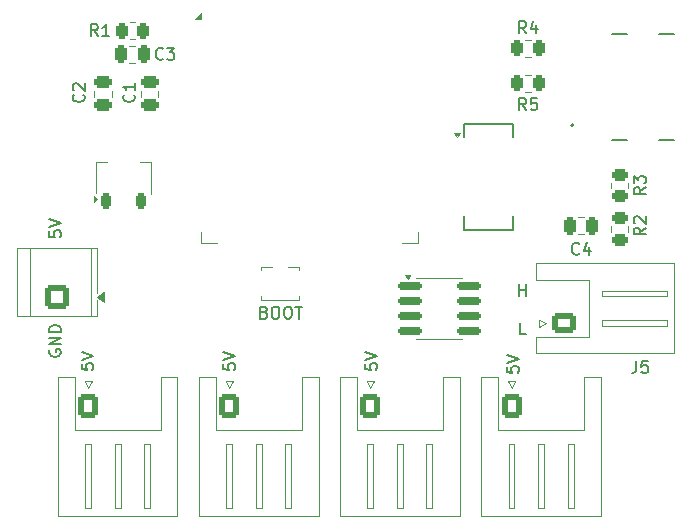
<source format=gbr>
%TF.GenerationSoftware,KiCad,Pcbnew,9.0.2*%
%TF.CreationDate,2025-06-22T20:13:16-07:00*%
%TF.ProjectId,Tesla Ambient Lighting,5465736c-6120-4416-9d62-69656e74204c,rev?*%
%TF.SameCoordinates,Original*%
%TF.FileFunction,Legend,Top*%
%TF.FilePolarity,Positive*%
%FSLAX46Y46*%
G04 Gerber Fmt 4.6, Leading zero omitted, Abs format (unit mm)*
G04 Created by KiCad (PCBNEW 9.0.2) date 2025-06-22 20:13:16*
%MOMM*%
%LPD*%
G01*
G04 APERTURE LIST*
G04 Aperture macros list*
%AMRoundRect*
0 Rectangle with rounded corners*
0 $1 Rounding radius*
0 $2 $3 $4 $5 $6 $7 $8 $9 X,Y pos of 4 corners*
0 Add a 4 corners polygon primitive as box body*
4,1,4,$2,$3,$4,$5,$6,$7,$8,$9,$2,$3,0*
0 Add four circle primitives for the rounded corners*
1,1,$1+$1,$2,$3*
1,1,$1+$1,$4,$5*
1,1,$1+$1,$6,$7*
1,1,$1+$1,$8,$9*
0 Add four rect primitives between the rounded corners*
20,1,$1+$1,$2,$3,$4,$5,0*
20,1,$1+$1,$4,$5,$6,$7,0*
20,1,$1+$1,$6,$7,$8,$9,0*
20,1,$1+$1,$8,$9,$2,$3,0*%
%AMFreePoly0*
4,1,9,3.862500,-0.866500,0.737500,-0.866500,0.737500,-0.450000,-0.737500,-0.450000,-0.737500,0.450000,0.737500,0.450000,0.737500,0.866500,3.862500,0.866500,3.862500,-0.866500,3.862500,-0.866500,$1*%
G04 Aperture macros list end*
%ADD10C,0.150000*%
%ADD11C,0.120000*%
%ADD12C,0.200000*%
%ADD13C,0.010000*%
%ADD14C,2.200000*%
%ADD15RoundRect,0.250000X0.750000X-0.600000X0.750000X0.600000X-0.750000X0.600000X-0.750000X-0.600000X0*%
%ADD16O,2.000000X1.700000*%
%ADD17RoundRect,0.225000X0.225000X-0.425000X0.225000X0.425000X-0.225000X0.425000X-0.225000X-0.425000X0*%
%ADD18FreePoly0,90.000000*%
%ADD19C,0.650000*%
%ADD20O,2.304000X1.204000*%
%ADD21O,2.004000X1.204000*%
%ADD22R,1.200000X0.400000*%
%ADD23RoundRect,0.250000X-0.250000X-0.475000X0.250000X-0.475000X0.250000X0.475000X-0.250000X0.475000X0*%
%ADD24RoundRect,0.250000X0.262500X0.450000X-0.262500X0.450000X-0.262500X-0.450000X0.262500X-0.450000X0*%
%ADD25R,0.900000X1.700000*%
%ADD26R,0.800000X1.100000*%
%ADD27RoundRect,0.250000X-0.600000X-0.725000X0.600000X-0.725000X0.600000X0.725000X-0.600000X0.725000X0*%
%ADD28O,1.700000X1.950000*%
%ADD29RoundRect,0.250000X-0.262500X-0.450000X0.262500X-0.450000X0.262500X0.450000X-0.262500X0.450000X0*%
%ADD30RoundRect,0.250000X-0.475000X0.250000X-0.475000X-0.250000X0.475000X-0.250000X0.475000X0.250000X0*%
%ADD31RoundRect,0.250001X0.799999X-0.799999X0.799999X0.799999X-0.799999X0.799999X-0.799999X-0.799999X0*%
%ADD32C,2.100000*%
%ADD33RoundRect,0.250000X0.450000X-0.262500X0.450000X0.262500X-0.450000X0.262500X-0.450000X-0.262500X0*%
%ADD34RoundRect,0.150000X-0.825000X-0.150000X0.825000X-0.150000X0.825000X0.150000X-0.825000X0.150000X0*%
%ADD35C,0.600000*%
%ADD36R,1.500000X0.900000*%
%ADD37R,0.900000X1.500000*%
%ADD38R,0.900000X0.900000*%
G04 APERTURE END LIST*
D10*
X124954819Y-114440476D02*
X124954819Y-114916666D01*
X124954819Y-114916666D02*
X125431009Y-114964285D01*
X125431009Y-114964285D02*
X125383390Y-114916666D01*
X125383390Y-114916666D02*
X125335771Y-114821428D01*
X125335771Y-114821428D02*
X125335771Y-114583333D01*
X125335771Y-114583333D02*
X125383390Y-114488095D01*
X125383390Y-114488095D02*
X125431009Y-114440476D01*
X125431009Y-114440476D02*
X125526247Y-114392857D01*
X125526247Y-114392857D02*
X125764342Y-114392857D01*
X125764342Y-114392857D02*
X125859580Y-114440476D01*
X125859580Y-114440476D02*
X125907200Y-114488095D01*
X125907200Y-114488095D02*
X125954819Y-114583333D01*
X125954819Y-114583333D02*
X125954819Y-114821428D01*
X125954819Y-114821428D02*
X125907200Y-114916666D01*
X125907200Y-114916666D02*
X125859580Y-114964285D01*
X124954819Y-114107142D02*
X125954819Y-113773809D01*
X125954819Y-113773809D02*
X124954819Y-113440476D01*
X136954819Y-114440476D02*
X136954819Y-114916666D01*
X136954819Y-114916666D02*
X137431009Y-114964285D01*
X137431009Y-114964285D02*
X137383390Y-114916666D01*
X137383390Y-114916666D02*
X137335771Y-114821428D01*
X137335771Y-114821428D02*
X137335771Y-114583333D01*
X137335771Y-114583333D02*
X137383390Y-114488095D01*
X137383390Y-114488095D02*
X137431009Y-114440476D01*
X137431009Y-114440476D02*
X137526247Y-114392857D01*
X137526247Y-114392857D02*
X137764342Y-114392857D01*
X137764342Y-114392857D02*
X137859580Y-114440476D01*
X137859580Y-114440476D02*
X137907200Y-114488095D01*
X137907200Y-114488095D02*
X137954819Y-114583333D01*
X137954819Y-114583333D02*
X137954819Y-114821428D01*
X137954819Y-114821428D02*
X137907200Y-114916666D01*
X137907200Y-114916666D02*
X137859580Y-114964285D01*
X136954819Y-114107142D02*
X137954819Y-113773809D01*
X137954819Y-113773809D02*
X136954819Y-113440476D01*
X122204819Y-103210476D02*
X122204819Y-103686666D01*
X122204819Y-103686666D02*
X122681009Y-103734285D01*
X122681009Y-103734285D02*
X122633390Y-103686666D01*
X122633390Y-103686666D02*
X122585771Y-103591428D01*
X122585771Y-103591428D02*
X122585771Y-103353333D01*
X122585771Y-103353333D02*
X122633390Y-103258095D01*
X122633390Y-103258095D02*
X122681009Y-103210476D01*
X122681009Y-103210476D02*
X122776247Y-103162857D01*
X122776247Y-103162857D02*
X123014342Y-103162857D01*
X123014342Y-103162857D02*
X123109580Y-103210476D01*
X123109580Y-103210476D02*
X123157200Y-103258095D01*
X123157200Y-103258095D02*
X123204819Y-103353333D01*
X123204819Y-103353333D02*
X123204819Y-103591428D01*
X123204819Y-103591428D02*
X123157200Y-103686666D01*
X123157200Y-103686666D02*
X123109580Y-103734285D01*
X122204819Y-102877142D02*
X123204819Y-102543809D01*
X123204819Y-102543809D02*
X122204819Y-102210476D01*
X148954819Y-114440476D02*
X148954819Y-114916666D01*
X148954819Y-114916666D02*
X149431009Y-114964285D01*
X149431009Y-114964285D02*
X149383390Y-114916666D01*
X149383390Y-114916666D02*
X149335771Y-114821428D01*
X149335771Y-114821428D02*
X149335771Y-114583333D01*
X149335771Y-114583333D02*
X149383390Y-114488095D01*
X149383390Y-114488095D02*
X149431009Y-114440476D01*
X149431009Y-114440476D02*
X149526247Y-114392857D01*
X149526247Y-114392857D02*
X149764342Y-114392857D01*
X149764342Y-114392857D02*
X149859580Y-114440476D01*
X149859580Y-114440476D02*
X149907200Y-114488095D01*
X149907200Y-114488095D02*
X149954819Y-114583333D01*
X149954819Y-114583333D02*
X149954819Y-114821428D01*
X149954819Y-114821428D02*
X149907200Y-114916666D01*
X149907200Y-114916666D02*
X149859580Y-114964285D01*
X148954819Y-114107142D02*
X149954819Y-113773809D01*
X149954819Y-113773809D02*
X148954819Y-113440476D01*
X162559523Y-111954819D02*
X162083333Y-111954819D01*
X162083333Y-111954819D02*
X162083333Y-110954819D01*
X140420112Y-110096009D02*
X140562969Y-110143628D01*
X140562969Y-110143628D02*
X140610588Y-110191247D01*
X140610588Y-110191247D02*
X140658207Y-110286485D01*
X140658207Y-110286485D02*
X140658207Y-110429342D01*
X140658207Y-110429342D02*
X140610588Y-110524580D01*
X140610588Y-110524580D02*
X140562969Y-110572200D01*
X140562969Y-110572200D02*
X140467731Y-110619819D01*
X140467731Y-110619819D02*
X140086779Y-110619819D01*
X140086779Y-110619819D02*
X140086779Y-109619819D01*
X140086779Y-109619819D02*
X140420112Y-109619819D01*
X140420112Y-109619819D02*
X140515350Y-109667438D01*
X140515350Y-109667438D02*
X140562969Y-109715057D01*
X140562969Y-109715057D02*
X140610588Y-109810295D01*
X140610588Y-109810295D02*
X140610588Y-109905533D01*
X140610588Y-109905533D02*
X140562969Y-110000771D01*
X140562969Y-110000771D02*
X140515350Y-110048390D01*
X140515350Y-110048390D02*
X140420112Y-110096009D01*
X140420112Y-110096009D02*
X140086779Y-110096009D01*
X141277255Y-109619819D02*
X141467731Y-109619819D01*
X141467731Y-109619819D02*
X141562969Y-109667438D01*
X141562969Y-109667438D02*
X141658207Y-109762676D01*
X141658207Y-109762676D02*
X141705826Y-109953152D01*
X141705826Y-109953152D02*
X141705826Y-110286485D01*
X141705826Y-110286485D02*
X141658207Y-110476961D01*
X141658207Y-110476961D02*
X141562969Y-110572200D01*
X141562969Y-110572200D02*
X141467731Y-110619819D01*
X141467731Y-110619819D02*
X141277255Y-110619819D01*
X141277255Y-110619819D02*
X141182017Y-110572200D01*
X141182017Y-110572200D02*
X141086779Y-110476961D01*
X141086779Y-110476961D02*
X141039160Y-110286485D01*
X141039160Y-110286485D02*
X141039160Y-109953152D01*
X141039160Y-109953152D02*
X141086779Y-109762676D01*
X141086779Y-109762676D02*
X141182017Y-109667438D01*
X141182017Y-109667438D02*
X141277255Y-109619819D01*
X142324874Y-109619819D02*
X142515350Y-109619819D01*
X142515350Y-109619819D02*
X142610588Y-109667438D01*
X142610588Y-109667438D02*
X142705826Y-109762676D01*
X142705826Y-109762676D02*
X142753445Y-109953152D01*
X142753445Y-109953152D02*
X142753445Y-110286485D01*
X142753445Y-110286485D02*
X142705826Y-110476961D01*
X142705826Y-110476961D02*
X142610588Y-110572200D01*
X142610588Y-110572200D02*
X142515350Y-110619819D01*
X142515350Y-110619819D02*
X142324874Y-110619819D01*
X142324874Y-110619819D02*
X142229636Y-110572200D01*
X142229636Y-110572200D02*
X142134398Y-110476961D01*
X142134398Y-110476961D02*
X142086779Y-110286485D01*
X142086779Y-110286485D02*
X142086779Y-109953152D01*
X142086779Y-109953152D02*
X142134398Y-109762676D01*
X142134398Y-109762676D02*
X142229636Y-109667438D01*
X142229636Y-109667438D02*
X142324874Y-109619819D01*
X143039160Y-109619819D02*
X143610588Y-109619819D01*
X143324874Y-110619819D02*
X143324874Y-109619819D01*
X122252438Y-113281904D02*
X122204819Y-113377142D01*
X122204819Y-113377142D02*
X122204819Y-113519999D01*
X122204819Y-113519999D02*
X122252438Y-113662856D01*
X122252438Y-113662856D02*
X122347676Y-113758094D01*
X122347676Y-113758094D02*
X122442914Y-113805713D01*
X122442914Y-113805713D02*
X122633390Y-113853332D01*
X122633390Y-113853332D02*
X122776247Y-113853332D01*
X122776247Y-113853332D02*
X122966723Y-113805713D01*
X122966723Y-113805713D02*
X123061961Y-113758094D01*
X123061961Y-113758094D02*
X123157200Y-113662856D01*
X123157200Y-113662856D02*
X123204819Y-113519999D01*
X123204819Y-113519999D02*
X123204819Y-113424761D01*
X123204819Y-113424761D02*
X123157200Y-113281904D01*
X123157200Y-113281904D02*
X123109580Y-113234285D01*
X123109580Y-113234285D02*
X122776247Y-113234285D01*
X122776247Y-113234285D02*
X122776247Y-113424761D01*
X123204819Y-112805713D02*
X122204819Y-112805713D01*
X122204819Y-112805713D02*
X123204819Y-112234285D01*
X123204819Y-112234285D02*
X122204819Y-112234285D01*
X123204819Y-111758094D02*
X122204819Y-111758094D01*
X122204819Y-111758094D02*
X122204819Y-111519999D01*
X122204819Y-111519999D02*
X122252438Y-111377142D01*
X122252438Y-111377142D02*
X122347676Y-111281904D01*
X122347676Y-111281904D02*
X122442914Y-111234285D01*
X122442914Y-111234285D02*
X122633390Y-111186666D01*
X122633390Y-111186666D02*
X122776247Y-111186666D01*
X122776247Y-111186666D02*
X122966723Y-111234285D01*
X122966723Y-111234285D02*
X123061961Y-111281904D01*
X123061961Y-111281904D02*
X123157200Y-111377142D01*
X123157200Y-111377142D02*
X123204819Y-111519999D01*
X123204819Y-111519999D02*
X123204819Y-111758094D01*
X161964286Y-108704819D02*
X161964286Y-107704819D01*
X161964286Y-108181009D02*
X162535714Y-108181009D01*
X162535714Y-108704819D02*
X162535714Y-107704819D01*
X160954819Y-114690476D02*
X160954819Y-115166666D01*
X160954819Y-115166666D02*
X161431009Y-115214285D01*
X161431009Y-115214285D02*
X161383390Y-115166666D01*
X161383390Y-115166666D02*
X161335771Y-115071428D01*
X161335771Y-115071428D02*
X161335771Y-114833333D01*
X161335771Y-114833333D02*
X161383390Y-114738095D01*
X161383390Y-114738095D02*
X161431009Y-114690476D01*
X161431009Y-114690476D02*
X161526247Y-114642857D01*
X161526247Y-114642857D02*
X161764342Y-114642857D01*
X161764342Y-114642857D02*
X161859580Y-114690476D01*
X161859580Y-114690476D02*
X161907200Y-114738095D01*
X161907200Y-114738095D02*
X161954819Y-114833333D01*
X161954819Y-114833333D02*
X161954819Y-115071428D01*
X161954819Y-115071428D02*
X161907200Y-115166666D01*
X161907200Y-115166666D02*
X161859580Y-115214285D01*
X160954819Y-114357142D02*
X161954819Y-114023809D01*
X161954819Y-114023809D02*
X160954819Y-113690476D01*
X171916666Y-114204819D02*
X171916666Y-114919104D01*
X171916666Y-114919104D02*
X171869047Y-115061961D01*
X171869047Y-115061961D02*
X171773809Y-115157200D01*
X171773809Y-115157200D02*
X171630952Y-115204819D01*
X171630952Y-115204819D02*
X171535714Y-115204819D01*
X172869047Y-114204819D02*
X172392857Y-114204819D01*
X172392857Y-114204819D02*
X172345238Y-114681009D01*
X172345238Y-114681009D02*
X172392857Y-114633390D01*
X172392857Y-114633390D02*
X172488095Y-114585771D01*
X172488095Y-114585771D02*
X172726190Y-114585771D01*
X172726190Y-114585771D02*
X172821428Y-114633390D01*
X172821428Y-114633390D02*
X172869047Y-114681009D01*
X172869047Y-114681009D02*
X172916666Y-114776247D01*
X172916666Y-114776247D02*
X172916666Y-115014342D01*
X172916666Y-115014342D02*
X172869047Y-115109580D01*
X172869047Y-115109580D02*
X172821428Y-115157200D01*
X172821428Y-115157200D02*
X172726190Y-115204819D01*
X172726190Y-115204819D02*
X172488095Y-115204819D01*
X172488095Y-115204819D02*
X172392857Y-115157200D01*
X172392857Y-115157200D02*
X172345238Y-115109580D01*
X167083333Y-105109580D02*
X167035714Y-105157200D01*
X167035714Y-105157200D02*
X166892857Y-105204819D01*
X166892857Y-105204819D02*
X166797619Y-105204819D01*
X166797619Y-105204819D02*
X166654762Y-105157200D01*
X166654762Y-105157200D02*
X166559524Y-105061961D01*
X166559524Y-105061961D02*
X166511905Y-104966723D01*
X166511905Y-104966723D02*
X166464286Y-104776247D01*
X166464286Y-104776247D02*
X166464286Y-104633390D01*
X166464286Y-104633390D02*
X166511905Y-104442914D01*
X166511905Y-104442914D02*
X166559524Y-104347676D01*
X166559524Y-104347676D02*
X166654762Y-104252438D01*
X166654762Y-104252438D02*
X166797619Y-104204819D01*
X166797619Y-104204819D02*
X166892857Y-104204819D01*
X166892857Y-104204819D02*
X167035714Y-104252438D01*
X167035714Y-104252438D02*
X167083333Y-104300057D01*
X167940476Y-104538152D02*
X167940476Y-105204819D01*
X167702381Y-104157200D02*
X167464286Y-104871485D01*
X167464286Y-104871485D02*
X168083333Y-104871485D01*
X162583333Y-92954819D02*
X162250000Y-92478628D01*
X162011905Y-92954819D02*
X162011905Y-91954819D01*
X162011905Y-91954819D02*
X162392857Y-91954819D01*
X162392857Y-91954819D02*
X162488095Y-92002438D01*
X162488095Y-92002438D02*
X162535714Y-92050057D01*
X162535714Y-92050057D02*
X162583333Y-92145295D01*
X162583333Y-92145295D02*
X162583333Y-92288152D01*
X162583333Y-92288152D02*
X162535714Y-92383390D01*
X162535714Y-92383390D02*
X162488095Y-92431009D01*
X162488095Y-92431009D02*
X162392857Y-92478628D01*
X162392857Y-92478628D02*
X162011905Y-92478628D01*
X163488095Y-91954819D02*
X163011905Y-91954819D01*
X163011905Y-91954819D02*
X162964286Y-92431009D01*
X162964286Y-92431009D02*
X163011905Y-92383390D01*
X163011905Y-92383390D02*
X163107143Y-92335771D01*
X163107143Y-92335771D02*
X163345238Y-92335771D01*
X163345238Y-92335771D02*
X163440476Y-92383390D01*
X163440476Y-92383390D02*
X163488095Y-92431009D01*
X163488095Y-92431009D02*
X163535714Y-92526247D01*
X163535714Y-92526247D02*
X163535714Y-92764342D01*
X163535714Y-92764342D02*
X163488095Y-92859580D01*
X163488095Y-92859580D02*
X163440476Y-92907200D01*
X163440476Y-92907200D02*
X163345238Y-92954819D01*
X163345238Y-92954819D02*
X163107143Y-92954819D01*
X163107143Y-92954819D02*
X163011905Y-92907200D01*
X163011905Y-92907200D02*
X162964286Y-92859580D01*
X126333333Y-86704819D02*
X126000000Y-86228628D01*
X125761905Y-86704819D02*
X125761905Y-85704819D01*
X125761905Y-85704819D02*
X126142857Y-85704819D01*
X126142857Y-85704819D02*
X126238095Y-85752438D01*
X126238095Y-85752438D02*
X126285714Y-85800057D01*
X126285714Y-85800057D02*
X126333333Y-85895295D01*
X126333333Y-85895295D02*
X126333333Y-86038152D01*
X126333333Y-86038152D02*
X126285714Y-86133390D01*
X126285714Y-86133390D02*
X126238095Y-86181009D01*
X126238095Y-86181009D02*
X126142857Y-86228628D01*
X126142857Y-86228628D02*
X125761905Y-86228628D01*
X127285714Y-86704819D02*
X126714286Y-86704819D01*
X127000000Y-86704819D02*
X127000000Y-85704819D01*
X127000000Y-85704819D02*
X126904762Y-85847676D01*
X126904762Y-85847676D02*
X126809524Y-85942914D01*
X126809524Y-85942914D02*
X126714286Y-85990533D01*
X162583333Y-86454819D02*
X162250000Y-85978628D01*
X162011905Y-86454819D02*
X162011905Y-85454819D01*
X162011905Y-85454819D02*
X162392857Y-85454819D01*
X162392857Y-85454819D02*
X162488095Y-85502438D01*
X162488095Y-85502438D02*
X162535714Y-85550057D01*
X162535714Y-85550057D02*
X162583333Y-85645295D01*
X162583333Y-85645295D02*
X162583333Y-85788152D01*
X162583333Y-85788152D02*
X162535714Y-85883390D01*
X162535714Y-85883390D02*
X162488095Y-85931009D01*
X162488095Y-85931009D02*
X162392857Y-85978628D01*
X162392857Y-85978628D02*
X162011905Y-85978628D01*
X163440476Y-85788152D02*
X163440476Y-86454819D01*
X163202381Y-85407200D02*
X162964286Y-86121485D01*
X162964286Y-86121485D02*
X163583333Y-86121485D01*
X129359580Y-91666666D02*
X129407200Y-91714285D01*
X129407200Y-91714285D02*
X129454819Y-91857142D01*
X129454819Y-91857142D02*
X129454819Y-91952380D01*
X129454819Y-91952380D02*
X129407200Y-92095237D01*
X129407200Y-92095237D02*
X129311961Y-92190475D01*
X129311961Y-92190475D02*
X129216723Y-92238094D01*
X129216723Y-92238094D02*
X129026247Y-92285713D01*
X129026247Y-92285713D02*
X128883390Y-92285713D01*
X128883390Y-92285713D02*
X128692914Y-92238094D01*
X128692914Y-92238094D02*
X128597676Y-92190475D01*
X128597676Y-92190475D02*
X128502438Y-92095237D01*
X128502438Y-92095237D02*
X128454819Y-91952380D01*
X128454819Y-91952380D02*
X128454819Y-91857142D01*
X128454819Y-91857142D02*
X128502438Y-91714285D01*
X128502438Y-91714285D02*
X128550057Y-91666666D01*
X129454819Y-90714285D02*
X129454819Y-91285713D01*
X129454819Y-90999999D02*
X128454819Y-90999999D01*
X128454819Y-90999999D02*
X128597676Y-91095237D01*
X128597676Y-91095237D02*
X128692914Y-91190475D01*
X128692914Y-91190475D02*
X128740533Y-91285713D01*
X172704819Y-102916666D02*
X172228628Y-103249999D01*
X172704819Y-103488094D02*
X171704819Y-103488094D01*
X171704819Y-103488094D02*
X171704819Y-103107142D01*
X171704819Y-103107142D02*
X171752438Y-103011904D01*
X171752438Y-103011904D02*
X171800057Y-102964285D01*
X171800057Y-102964285D02*
X171895295Y-102916666D01*
X171895295Y-102916666D02*
X172038152Y-102916666D01*
X172038152Y-102916666D02*
X172133390Y-102964285D01*
X172133390Y-102964285D02*
X172181009Y-103011904D01*
X172181009Y-103011904D02*
X172228628Y-103107142D01*
X172228628Y-103107142D02*
X172228628Y-103488094D01*
X171800057Y-102535713D02*
X171752438Y-102488094D01*
X171752438Y-102488094D02*
X171704819Y-102392856D01*
X171704819Y-102392856D02*
X171704819Y-102154761D01*
X171704819Y-102154761D02*
X171752438Y-102059523D01*
X171752438Y-102059523D02*
X171800057Y-102011904D01*
X171800057Y-102011904D02*
X171895295Y-101964285D01*
X171895295Y-101964285D02*
X171990533Y-101964285D01*
X171990533Y-101964285D02*
X172133390Y-102011904D01*
X172133390Y-102011904D02*
X172704819Y-102583332D01*
X172704819Y-102583332D02*
X172704819Y-101964285D01*
X131833333Y-88609580D02*
X131785714Y-88657200D01*
X131785714Y-88657200D02*
X131642857Y-88704819D01*
X131642857Y-88704819D02*
X131547619Y-88704819D01*
X131547619Y-88704819D02*
X131404762Y-88657200D01*
X131404762Y-88657200D02*
X131309524Y-88561961D01*
X131309524Y-88561961D02*
X131261905Y-88466723D01*
X131261905Y-88466723D02*
X131214286Y-88276247D01*
X131214286Y-88276247D02*
X131214286Y-88133390D01*
X131214286Y-88133390D02*
X131261905Y-87942914D01*
X131261905Y-87942914D02*
X131309524Y-87847676D01*
X131309524Y-87847676D02*
X131404762Y-87752438D01*
X131404762Y-87752438D02*
X131547619Y-87704819D01*
X131547619Y-87704819D02*
X131642857Y-87704819D01*
X131642857Y-87704819D02*
X131785714Y-87752438D01*
X131785714Y-87752438D02*
X131833333Y-87800057D01*
X132166667Y-87704819D02*
X132785714Y-87704819D01*
X132785714Y-87704819D02*
X132452381Y-88085771D01*
X132452381Y-88085771D02*
X132595238Y-88085771D01*
X132595238Y-88085771D02*
X132690476Y-88133390D01*
X132690476Y-88133390D02*
X132738095Y-88181009D01*
X132738095Y-88181009D02*
X132785714Y-88276247D01*
X132785714Y-88276247D02*
X132785714Y-88514342D01*
X132785714Y-88514342D02*
X132738095Y-88609580D01*
X132738095Y-88609580D02*
X132690476Y-88657200D01*
X132690476Y-88657200D02*
X132595238Y-88704819D01*
X132595238Y-88704819D02*
X132309524Y-88704819D01*
X132309524Y-88704819D02*
X132214286Y-88657200D01*
X132214286Y-88657200D02*
X132166667Y-88609580D01*
X172704819Y-99504166D02*
X172228628Y-99837499D01*
X172704819Y-100075594D02*
X171704819Y-100075594D01*
X171704819Y-100075594D02*
X171704819Y-99694642D01*
X171704819Y-99694642D02*
X171752438Y-99599404D01*
X171752438Y-99599404D02*
X171800057Y-99551785D01*
X171800057Y-99551785D02*
X171895295Y-99504166D01*
X171895295Y-99504166D02*
X172038152Y-99504166D01*
X172038152Y-99504166D02*
X172133390Y-99551785D01*
X172133390Y-99551785D02*
X172181009Y-99599404D01*
X172181009Y-99599404D02*
X172228628Y-99694642D01*
X172228628Y-99694642D02*
X172228628Y-100075594D01*
X171704819Y-99170832D02*
X171704819Y-98551785D01*
X171704819Y-98551785D02*
X172085771Y-98885118D01*
X172085771Y-98885118D02*
X172085771Y-98742261D01*
X172085771Y-98742261D02*
X172133390Y-98647023D01*
X172133390Y-98647023D02*
X172181009Y-98599404D01*
X172181009Y-98599404D02*
X172276247Y-98551785D01*
X172276247Y-98551785D02*
X172514342Y-98551785D01*
X172514342Y-98551785D02*
X172609580Y-98599404D01*
X172609580Y-98599404D02*
X172657200Y-98647023D01*
X172657200Y-98647023D02*
X172704819Y-98742261D01*
X172704819Y-98742261D02*
X172704819Y-99027975D01*
X172704819Y-99027975D02*
X172657200Y-99123213D01*
X172657200Y-99123213D02*
X172609580Y-99170832D01*
X125109580Y-91666666D02*
X125157200Y-91714285D01*
X125157200Y-91714285D02*
X125204819Y-91857142D01*
X125204819Y-91857142D02*
X125204819Y-91952380D01*
X125204819Y-91952380D02*
X125157200Y-92095237D01*
X125157200Y-92095237D02*
X125061961Y-92190475D01*
X125061961Y-92190475D02*
X124966723Y-92238094D01*
X124966723Y-92238094D02*
X124776247Y-92285713D01*
X124776247Y-92285713D02*
X124633390Y-92285713D01*
X124633390Y-92285713D02*
X124442914Y-92238094D01*
X124442914Y-92238094D02*
X124347676Y-92190475D01*
X124347676Y-92190475D02*
X124252438Y-92095237D01*
X124252438Y-92095237D02*
X124204819Y-91952380D01*
X124204819Y-91952380D02*
X124204819Y-91857142D01*
X124204819Y-91857142D02*
X124252438Y-91714285D01*
X124252438Y-91714285D02*
X124300057Y-91666666D01*
X124300057Y-91285713D02*
X124252438Y-91238094D01*
X124252438Y-91238094D02*
X124204819Y-91142856D01*
X124204819Y-91142856D02*
X124204819Y-90904761D01*
X124204819Y-90904761D02*
X124252438Y-90809523D01*
X124252438Y-90809523D02*
X124300057Y-90761904D01*
X124300057Y-90761904D02*
X124395295Y-90714285D01*
X124395295Y-90714285D02*
X124490533Y-90714285D01*
X124490533Y-90714285D02*
X124633390Y-90761904D01*
X124633390Y-90761904D02*
X125204819Y-91333332D01*
X125204819Y-91333332D02*
X125204819Y-90714285D01*
D11*
%TO.C,J5*%
X163395000Y-105940000D02*
X163395000Y-107360000D01*
X163395000Y-107360000D02*
X167895000Y-107360000D01*
X163395000Y-112140000D02*
X167895000Y-112140000D01*
X163395000Y-113560000D02*
X163395000Y-112140000D01*
X163705000Y-110700000D02*
X164305000Y-111000000D01*
X163705000Y-111300000D02*
X163705000Y-110700000D01*
X164305000Y-111000000D02*
X163705000Y-111300000D01*
X167895000Y-107360000D02*
X167895000Y-109750000D01*
X167895000Y-112140000D02*
X167895000Y-109750000D01*
X169005000Y-108250000D02*
X169005000Y-108750000D01*
X169005000Y-108750000D02*
X174505000Y-108750000D01*
X169005000Y-110750000D02*
X169005000Y-111250000D01*
X169005000Y-111250000D02*
X174505000Y-111250000D01*
X174505000Y-108250000D02*
X169005000Y-108250000D01*
X174505000Y-108750000D02*
X174505000Y-108250000D01*
X174505000Y-110750000D02*
X169005000Y-110750000D01*
X174505000Y-111250000D02*
X174505000Y-110750000D01*
X175115000Y-105940000D02*
X163395000Y-105940000D01*
X175115000Y-109750000D02*
X175115000Y-105940000D01*
X175115000Y-109750000D02*
X175115000Y-113560000D01*
X175115000Y-113560000D02*
X163395000Y-113560000D01*
%TO.C,U4*%
X126140000Y-99970000D02*
X126140000Y-97390000D01*
X127120000Y-97390000D02*
X126140000Y-97390000D01*
X129880000Y-97390000D02*
X130860000Y-97390000D01*
X130860000Y-97390000D02*
X130860000Y-100110000D01*
X126290000Y-100520000D02*
X125960000Y-100760000D01*
X125960000Y-100280000D01*
X126290000Y-100520000D01*
G36*
X126290000Y-100520000D02*
G01*
X125960000Y-100760000D01*
X125960000Y-100280000D01*
X126290000Y-100520000D01*
G37*
D12*
%TO.C,J6*%
X169850000Y-86530000D02*
X171100000Y-86530000D01*
X169850000Y-95470000D02*
X171100000Y-95470000D01*
X173820000Y-95470000D02*
X175100000Y-95470000D01*
X175100000Y-86530000D02*
X173820000Y-86530000D01*
X166600000Y-94250000D02*
G75*
G02*
X166400000Y-94250000I-100000J0D01*
G01*
X166400000Y-94250000D02*
G75*
G02*
X166600000Y-94250000I100000J0D01*
G01*
D10*
%TO.C,U5*%
X157325000Y-94132500D02*
X161475000Y-94132500D01*
X157325000Y-95242500D02*
X157325000Y-94132500D01*
X157325000Y-103082500D02*
X157325000Y-101972500D01*
X157325000Y-103082500D02*
X161475000Y-103082500D01*
X161475000Y-94132500D02*
X161475000Y-95242500D01*
X161475000Y-103082500D02*
X161475000Y-101972500D01*
D11*
X156762500Y-95242500D02*
X156522500Y-94912500D01*
X157002500Y-94912500D01*
X156762500Y-95242500D01*
G36*
X156762500Y-95242500D02*
G01*
X156522500Y-94912500D01*
X157002500Y-94912500D01*
X156762500Y-95242500D01*
G37*
%TO.C,C4*%
X166988748Y-102015000D02*
X167511252Y-102015000D01*
X166988748Y-103485000D02*
X167511252Y-103485000D01*
%TO.C,R5*%
X162977064Y-87015000D02*
X162522936Y-87015000D01*
X162977064Y-88485000D02*
X162522936Y-88485000D01*
%TO.C,SW1*%
X140100000Y-106250000D02*
X140100000Y-106540000D01*
X140100000Y-106250000D02*
X141100000Y-106250000D01*
X140100000Y-109040000D02*
X140100000Y-108750000D01*
X143400000Y-106250000D02*
X142400000Y-106250000D01*
X143400000Y-106540000D02*
X143400000Y-106250000D01*
X143400000Y-108750000D02*
X143400000Y-109040000D01*
X143400000Y-109040000D02*
X140100000Y-109040000D01*
%TO.C,J3*%
X146840000Y-115590000D02*
X148260000Y-115590000D01*
X146840000Y-127310000D02*
X146840000Y-115590000D01*
X148260000Y-115590000D02*
X148260000Y-120090000D01*
X148260000Y-120090000D02*
X151900000Y-120090000D01*
X149100000Y-115900000D02*
X149700000Y-115900000D01*
X149150000Y-121200000D02*
X149150000Y-126700000D01*
X149150000Y-126700000D02*
X149650000Y-126700000D01*
X149400000Y-116500000D02*
X149100000Y-115900000D01*
X149650000Y-121200000D02*
X149150000Y-121200000D01*
X149650000Y-126700000D02*
X149650000Y-121200000D01*
X149700000Y-115900000D02*
X149400000Y-116500000D01*
X151650000Y-121200000D02*
X151650000Y-126700000D01*
X151650000Y-126700000D02*
X152150000Y-126700000D01*
X151900000Y-127310000D02*
X146840000Y-127310000D01*
X151900000Y-127310000D02*
X156960000Y-127310000D01*
X152150000Y-121200000D02*
X151650000Y-121200000D01*
X152150000Y-126700000D02*
X152150000Y-121200000D01*
X154150000Y-121200000D02*
X154150000Y-126700000D01*
X154150000Y-126700000D02*
X154650000Y-126700000D01*
X154650000Y-121200000D02*
X154150000Y-121200000D01*
X154650000Y-126700000D02*
X154650000Y-121200000D01*
X155540000Y-115590000D02*
X155540000Y-120090000D01*
X155540000Y-120090000D02*
X151900000Y-120090000D01*
X156960000Y-115590000D02*
X155540000Y-115590000D01*
X156960000Y-127310000D02*
X156960000Y-115590000D01*
%TO.C,R1*%
X129022936Y-85515000D02*
X129477064Y-85515000D01*
X129022936Y-86985000D02*
X129477064Y-86985000D01*
%TO.C,R4*%
X162522936Y-89965000D02*
X162977064Y-89965000D01*
X162522936Y-91435000D02*
X162977064Y-91435000D01*
%TO.C,C1*%
X129985000Y-91313748D02*
X129985000Y-91836252D01*
X131455000Y-91313748D02*
X131455000Y-91836252D01*
%TO.C,J2*%
X134890000Y-115590000D02*
X136310000Y-115590000D01*
X134890000Y-127310000D02*
X134890000Y-115590000D01*
X136310000Y-115590000D02*
X136310000Y-120090000D01*
X136310000Y-120090000D02*
X139950000Y-120090000D01*
X137150000Y-115900000D02*
X137750000Y-115900000D01*
X137200000Y-121200000D02*
X137200000Y-126700000D01*
X137200000Y-126700000D02*
X137700000Y-126700000D01*
X137450000Y-116500000D02*
X137150000Y-115900000D01*
X137700000Y-121200000D02*
X137200000Y-121200000D01*
X137700000Y-126700000D02*
X137700000Y-121200000D01*
X137750000Y-115900000D02*
X137450000Y-116500000D01*
X139700000Y-121200000D02*
X139700000Y-126700000D01*
X139700000Y-126700000D02*
X140200000Y-126700000D01*
X139950000Y-127310000D02*
X134890000Y-127310000D01*
X139950000Y-127310000D02*
X145010000Y-127310000D01*
X140200000Y-121200000D02*
X139700000Y-121200000D01*
X140200000Y-126700000D02*
X140200000Y-121200000D01*
X142200000Y-121200000D02*
X142200000Y-126700000D01*
X142200000Y-126700000D02*
X142700000Y-126700000D01*
X142700000Y-121200000D02*
X142200000Y-121200000D01*
X142700000Y-126700000D02*
X142700000Y-121200000D01*
X143590000Y-115590000D02*
X143590000Y-120090000D01*
X143590000Y-120090000D02*
X139950000Y-120090000D01*
X145010000Y-115590000D02*
X143590000Y-115590000D01*
X145010000Y-127310000D02*
X145010000Y-115590000D01*
%TO.C,J7*%
X119497500Y-104630000D02*
X126237500Y-104630000D01*
X119497500Y-110410000D02*
X119497500Y-104630000D01*
X119497500Y-110410000D02*
X126237500Y-110410000D01*
X120617500Y-110410000D02*
X120617500Y-104630000D01*
X125717500Y-110410000D02*
X125717500Y-104630000D01*
X126237500Y-108490000D02*
X126237500Y-104630000D01*
X126237500Y-110410000D02*
X126237500Y-109090000D01*
X126847500Y-109230000D02*
X126237500Y-108790000D01*
X126847500Y-108350000D01*
X126847500Y-109230000D01*
G36*
X126847500Y-109230000D02*
G01*
X126237500Y-108790000D01*
X126847500Y-108350000D01*
X126847500Y-109230000D01*
G37*
%TO.C,R2*%
X169765000Y-103264564D02*
X169765000Y-102810436D01*
X171235000Y-103264564D02*
X171235000Y-102810436D01*
%TO.C,C3*%
X128988748Y-87515000D02*
X129511252Y-87515000D01*
X128988748Y-88985000D02*
X129511252Y-88985000D01*
%TO.C,J4*%
X158790000Y-115590000D02*
X160210000Y-115590000D01*
X158790000Y-127310000D02*
X158790000Y-115590000D01*
X160210000Y-115590000D02*
X160210000Y-120090000D01*
X160210000Y-120090000D02*
X163850000Y-120090000D01*
X161050000Y-115900000D02*
X161650000Y-115900000D01*
X161100000Y-121200000D02*
X161100000Y-126700000D01*
X161100000Y-126700000D02*
X161600000Y-126700000D01*
X161350000Y-116500000D02*
X161050000Y-115900000D01*
X161600000Y-121200000D02*
X161100000Y-121200000D01*
X161600000Y-126700000D02*
X161600000Y-121200000D01*
X161650000Y-115900000D02*
X161350000Y-116500000D01*
X163600000Y-121200000D02*
X163600000Y-126700000D01*
X163600000Y-126700000D02*
X164100000Y-126700000D01*
X163850000Y-127310000D02*
X158790000Y-127310000D01*
X163850000Y-127310000D02*
X168910000Y-127310000D01*
X164100000Y-121200000D02*
X163600000Y-121200000D01*
X164100000Y-126700000D02*
X164100000Y-121200000D01*
X166100000Y-121200000D02*
X166100000Y-126700000D01*
X166100000Y-126700000D02*
X166600000Y-126700000D01*
X166600000Y-121200000D02*
X166100000Y-121200000D01*
X166600000Y-126700000D02*
X166600000Y-121200000D01*
X167490000Y-115590000D02*
X167490000Y-120090000D01*
X167490000Y-120090000D02*
X163850000Y-120090000D01*
X168910000Y-115590000D02*
X167490000Y-115590000D01*
X168910000Y-127310000D02*
X168910000Y-115590000D01*
%TO.C,R3*%
X169765000Y-99564564D02*
X169765000Y-99110436D01*
X171235000Y-99564564D02*
X171235000Y-99110436D01*
%TO.C,C2*%
X126015000Y-91313748D02*
X126015000Y-91836252D01*
X127485000Y-91313748D02*
X127485000Y-91836252D01*
%TO.C,U2*%
X155250000Y-107190000D02*
X153300000Y-107190000D01*
X155250000Y-107190000D02*
X157200000Y-107190000D01*
X155250000Y-112310000D02*
X153300000Y-112310000D01*
X155250000Y-112310000D02*
X157200000Y-112310000D01*
X152550000Y-107285000D02*
X152310000Y-106955000D01*
X152790000Y-106955000D01*
X152550000Y-107285000D01*
G36*
X152550000Y-107285000D02*
G01*
X152310000Y-106955000D01*
X152790000Y-106955000D01*
X152550000Y-107285000D01*
G37*
%TO.C,J1*%
X122940000Y-115590000D02*
X124360000Y-115590000D01*
X122940000Y-127310000D02*
X122940000Y-115590000D01*
X124360000Y-115590000D02*
X124360000Y-120090000D01*
X124360000Y-120090000D02*
X128000000Y-120090000D01*
X125200000Y-115900000D02*
X125800000Y-115900000D01*
X125250000Y-121200000D02*
X125250000Y-126700000D01*
X125250000Y-126700000D02*
X125750000Y-126700000D01*
X125500000Y-116500000D02*
X125200000Y-115900000D01*
X125750000Y-121200000D02*
X125250000Y-121200000D01*
X125750000Y-126700000D02*
X125750000Y-121200000D01*
X125800000Y-115900000D02*
X125500000Y-116500000D01*
X127750000Y-121200000D02*
X127750000Y-126700000D01*
X127750000Y-126700000D02*
X128250000Y-126700000D01*
X128000000Y-127310000D02*
X122940000Y-127310000D01*
X128000000Y-127310000D02*
X133060000Y-127310000D01*
X128250000Y-121200000D02*
X127750000Y-121200000D01*
X128250000Y-126700000D02*
X128250000Y-121200000D01*
X130250000Y-121200000D02*
X130250000Y-126700000D01*
X130250000Y-126700000D02*
X130750000Y-126700000D01*
X130750000Y-121200000D02*
X130250000Y-121200000D01*
X130750000Y-126700000D02*
X130750000Y-121200000D01*
X131640000Y-115590000D02*
X131640000Y-120090000D01*
X131640000Y-120090000D02*
X128000000Y-120090000D01*
X133060000Y-115590000D02*
X131640000Y-115590000D01*
X133060000Y-127310000D02*
X133060000Y-115590000D01*
%TO.C,U1*%
X135050000Y-104200000D02*
X135050000Y-103250000D01*
X136450000Y-104200000D02*
X135050000Y-104200000D01*
X152050000Y-104200000D02*
X153450000Y-104200000D01*
X153450000Y-104200000D02*
X153450000Y-103250000D01*
X135050000Y-85250000D02*
X134550000Y-85250000D01*
X135050000Y-84750000D01*
X135050000Y-85250000D01*
G36*
X135050000Y-85250000D02*
G01*
X134550000Y-85250000D01*
X135050000Y-84750000D01*
X135050000Y-85250000D01*
G37*
%TD*%
%LPC*%
D13*
%TO.C,J6*%
X168370000Y-88150000D02*
X167120000Y-88150000D01*
X167120000Y-87450000D01*
X168370000Y-87450000D01*
X168370000Y-88150000D01*
G36*
X168370000Y-88150000D02*
G01*
X167120000Y-88150000D01*
X167120000Y-87450000D01*
X168370000Y-87450000D01*
X168370000Y-88150000D01*
G37*
X168370000Y-88950000D02*
X167120000Y-88950000D01*
X167120000Y-88250000D01*
X168370000Y-88250000D01*
X168370000Y-88950000D01*
G36*
X168370000Y-88950000D02*
G01*
X167120000Y-88950000D01*
X167120000Y-88250000D01*
X168370000Y-88250000D01*
X168370000Y-88950000D01*
G37*
X168370000Y-89450000D02*
X167120000Y-89450000D01*
X167120000Y-89050000D01*
X168370000Y-89050000D01*
X168370000Y-89450000D01*
G36*
X168370000Y-89450000D02*
G01*
X167120000Y-89450000D01*
X167120000Y-89050000D01*
X168370000Y-89050000D01*
X168370000Y-89450000D01*
G37*
X168370000Y-89950000D02*
X167120000Y-89950000D01*
X167120000Y-89550000D01*
X168370000Y-89550000D01*
X168370000Y-89950000D01*
G36*
X168370000Y-89950000D02*
G01*
X167120000Y-89950000D01*
X167120000Y-89550000D01*
X168370000Y-89550000D01*
X168370000Y-89950000D01*
G37*
X168370000Y-90450000D02*
X167120000Y-90450000D01*
X167120000Y-90050000D01*
X168370000Y-90050000D01*
X168370000Y-90450000D01*
G36*
X168370000Y-90450000D02*
G01*
X167120000Y-90450000D01*
X167120000Y-90050000D01*
X168370000Y-90050000D01*
X168370000Y-90450000D01*
G37*
X168370000Y-90950000D02*
X167120000Y-90950000D01*
X167120000Y-90550000D01*
X168370000Y-90550000D01*
X168370000Y-90950000D01*
G36*
X168370000Y-90950000D02*
G01*
X167120000Y-90950000D01*
X167120000Y-90550000D01*
X168370000Y-90550000D01*
X168370000Y-90950000D01*
G37*
X168370000Y-91450000D02*
X167120000Y-91450000D01*
X167120000Y-91050000D01*
X168370000Y-91050000D01*
X168370000Y-91450000D01*
G36*
X168370000Y-91450000D02*
G01*
X167120000Y-91450000D01*
X167120000Y-91050000D01*
X168370000Y-91050000D01*
X168370000Y-91450000D01*
G37*
X168370000Y-91950000D02*
X167120000Y-91950000D01*
X167120000Y-91550000D01*
X168370000Y-91550000D01*
X168370000Y-91950000D01*
G36*
X168370000Y-91950000D02*
G01*
X167120000Y-91950000D01*
X167120000Y-91550000D01*
X168370000Y-91550000D01*
X168370000Y-91950000D01*
G37*
X168370000Y-92450000D02*
X167120000Y-92450000D01*
X167120000Y-92050000D01*
X168370000Y-92050000D01*
X168370000Y-92450000D01*
G36*
X168370000Y-92450000D02*
G01*
X167120000Y-92450000D01*
X167120000Y-92050000D01*
X168370000Y-92050000D01*
X168370000Y-92450000D01*
G37*
X168370000Y-92950000D02*
X167120000Y-92950000D01*
X167120000Y-92550000D01*
X168370000Y-92550000D01*
X168370000Y-92950000D01*
G36*
X168370000Y-92950000D02*
G01*
X167120000Y-92950000D01*
X167120000Y-92550000D01*
X168370000Y-92550000D01*
X168370000Y-92950000D01*
G37*
X168370000Y-93750000D02*
X167120000Y-93750000D01*
X167120000Y-93050000D01*
X168370000Y-93050000D01*
X168370000Y-93750000D01*
G36*
X168370000Y-93750000D02*
G01*
X167120000Y-93750000D01*
X167120000Y-93050000D01*
X168370000Y-93050000D01*
X168370000Y-93750000D01*
G37*
X168370000Y-94550000D02*
X167120000Y-94550000D01*
X167120000Y-93850000D01*
X168370000Y-93850000D01*
X168370000Y-94550000D01*
G36*
X168370000Y-94550000D02*
G01*
X167120000Y-94550000D01*
X167120000Y-93850000D01*
X168370000Y-93850000D01*
X168370000Y-94550000D01*
G37*
%TD*%
D14*
%TO.C,REF\u002A\u002A*%
X172000000Y-81250000D03*
%TD*%
D15*
%TO.C,J5*%
X165805000Y-111000000D03*
D16*
X165805000Y-108500000D03*
%TD*%
D17*
%TO.C,U4*%
X127000000Y-100700000D03*
D18*
X128500000Y-100612500D03*
D17*
X130000000Y-100700000D03*
%TD*%
D19*
%TO.C,J6*%
X168820000Y-93890000D03*
X168820000Y-88110000D03*
D20*
X168320000Y-95320000D03*
X168320000Y-86680000D03*
D21*
X172500000Y-95320000D03*
X172500000Y-86680000D03*
%TD*%
D22*
%TO.C,U5*%
X156800000Y-95750000D03*
X156800000Y-96385000D03*
X156800000Y-97020000D03*
X156800000Y-97655000D03*
X156800000Y-98290000D03*
X156800000Y-98925000D03*
X156800000Y-99560000D03*
X156800000Y-100195000D03*
X156800000Y-100830000D03*
X156800000Y-101465000D03*
X162000000Y-101465000D03*
X162000000Y-100830000D03*
X162000000Y-100195000D03*
X162000000Y-99560000D03*
X162000000Y-98925000D03*
X162000000Y-98290000D03*
X162000000Y-97655000D03*
X162000000Y-97020000D03*
X162000000Y-96385000D03*
X162000000Y-95750000D03*
%TD*%
D23*
%TO.C,C4*%
X166300000Y-102750000D03*
X168200000Y-102750000D03*
%TD*%
D24*
%TO.C,R5*%
X163662500Y-87750000D03*
X161837500Y-87750000D03*
%TD*%
D25*
%TO.C,SW1*%
X143450000Y-107640000D03*
X140050000Y-107640000D03*
D26*
X141750000Y-106000000D03*
%TD*%
D27*
%TO.C,J3*%
X149400000Y-118000000D03*
D28*
X151900000Y-118000000D03*
X154400000Y-118000000D03*
%TD*%
D29*
%TO.C,R1*%
X128337500Y-86250000D03*
X130162500Y-86250000D03*
%TD*%
%TO.C,R4*%
X161837500Y-90700000D03*
X163662500Y-90700000D03*
%TD*%
D30*
%TO.C,C1*%
X130720000Y-90625000D03*
X130720000Y-92525000D03*
%TD*%
D27*
%TO.C,J2*%
X137450000Y-118000000D03*
D28*
X139950000Y-118000000D03*
X142450000Y-118000000D03*
%TD*%
D31*
%TO.C,J7*%
X122867500Y-108790000D03*
D32*
X122867500Y-106250000D03*
%TD*%
D33*
%TO.C,R2*%
X170500000Y-103950000D03*
X170500000Y-102125000D03*
%TD*%
D23*
%TO.C,C3*%
X128300000Y-88250000D03*
X130200000Y-88250000D03*
%TD*%
D27*
%TO.C,J4*%
X161350000Y-118000000D03*
D28*
X163850000Y-118000000D03*
X166350000Y-118000000D03*
%TD*%
D33*
%TO.C,R3*%
X170500000Y-100250000D03*
X170500000Y-98425000D03*
%TD*%
D30*
%TO.C,C2*%
X126750000Y-90625000D03*
X126750000Y-92525000D03*
%TD*%
D34*
%TO.C,U2*%
X152775000Y-107845000D03*
X152775000Y-109115000D03*
X152775000Y-110385000D03*
X152775000Y-111655000D03*
X157725000Y-111655000D03*
X157725000Y-110385000D03*
X157725000Y-109115000D03*
X157725000Y-107845000D03*
%TD*%
D27*
%TO.C,J1*%
X125500000Y-118000000D03*
D28*
X128000000Y-118000000D03*
X130500000Y-118000000D03*
%TD*%
D14*
%TO.C,REF\u002A\u002A*%
X172250000Y-124750000D03*
%TD*%
%TO.C,REF\u002A\u002A*%
X122750000Y-96250000D03*
%TD*%
D35*
%TO.C,U1*%
X142050000Y-92310000D03*
X141350000Y-93010000D03*
D36*
X135500000Y-85990000D03*
X135500000Y-87260000D03*
X135500000Y-88530000D03*
X135500000Y-89800000D03*
X135500000Y-91070000D03*
X135500000Y-92340000D03*
X135500000Y-93610000D03*
X135500000Y-94880000D03*
X135500000Y-96150000D03*
X135500000Y-97420000D03*
X135500000Y-98690000D03*
X135500000Y-99960000D03*
X135500000Y-101230000D03*
X135500000Y-102500000D03*
D37*
X138535000Y-103750000D03*
X139805000Y-103750000D03*
X141075000Y-103750000D03*
X142345000Y-103750000D03*
X143615000Y-103750000D03*
X144885000Y-103750000D03*
X146155000Y-103750000D03*
X147425000Y-103750000D03*
X148695000Y-103750000D03*
X149965000Y-103750000D03*
D36*
X153000000Y-102500000D03*
X153000000Y-101230000D03*
X153000000Y-99960000D03*
X153000000Y-98690000D03*
X153000000Y-97420000D03*
X153000000Y-96150000D03*
X153000000Y-94880000D03*
X153000000Y-93610000D03*
X153000000Y-92340000D03*
X153000000Y-91070000D03*
X153000000Y-89800000D03*
X153000000Y-88530000D03*
X153000000Y-87260000D03*
X153000000Y-85990000D03*
D38*
X141350000Y-92310000D03*
X141350000Y-93710000D03*
D35*
X141350000Y-94410000D03*
D38*
X141350000Y-95110000D03*
D35*
X142050000Y-93710000D03*
X142050000Y-95110000D03*
D38*
X142750000Y-92310000D03*
D35*
X142750000Y-93010000D03*
D38*
X142750000Y-93710000D03*
D35*
X142750000Y-94410000D03*
D38*
X142750000Y-95110000D03*
D35*
X143450000Y-92310000D03*
X143450000Y-93710000D03*
X143450000Y-95110000D03*
D38*
X144150000Y-92310000D03*
D35*
X144150000Y-93010000D03*
D38*
X144150000Y-93710000D03*
D35*
X144150000Y-94410000D03*
D38*
X144150000Y-95110000D03*
%TD*%
%LPD*%
M02*

</source>
